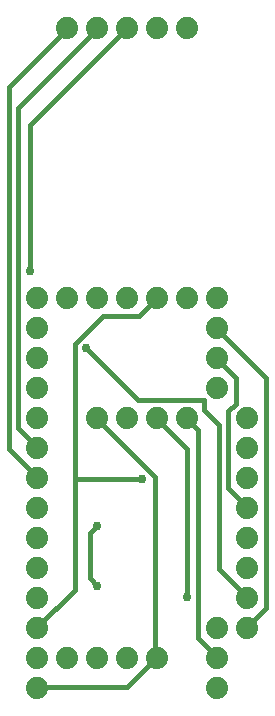
<source format=gbl>
G75*
%MOIN*%
%OFA0B0*%
%FSLAX25Y25*%
%IPPOS*%
%LPD*%
%AMOC8*
5,1,8,0,0,1.08239X$1,22.5*
%
%ADD10C,0.07400*%
%ADD11C,0.01600*%
%ADD12C,0.02978*%
D10*
X0095299Y0117728D03*
X0095299Y0127728D03*
X0105299Y0127728D03*
X0095299Y0137728D03*
X0095299Y0147728D03*
X0095299Y0157728D03*
X0095299Y0167728D03*
X0095299Y0177728D03*
X0095299Y0187728D03*
X0095299Y0197728D03*
X0095299Y0207728D03*
X0095299Y0217728D03*
X0095299Y0227728D03*
X0095299Y0237728D03*
X0095299Y0247728D03*
X0105299Y0247728D03*
X0115299Y0247728D03*
X0125299Y0247728D03*
X0135299Y0247728D03*
X0145299Y0247728D03*
X0155299Y0247728D03*
X0155299Y0237728D03*
X0155299Y0227728D03*
X0155299Y0217728D03*
X0145299Y0207728D03*
X0135299Y0207728D03*
X0125299Y0207728D03*
X0115299Y0207728D03*
X0165299Y0207728D03*
X0165299Y0197728D03*
X0165299Y0187728D03*
X0165299Y0177728D03*
X0165299Y0167728D03*
X0165299Y0157728D03*
X0165299Y0147728D03*
X0165299Y0137728D03*
X0155299Y0137728D03*
X0155299Y0127728D03*
X0155299Y0117728D03*
X0135299Y0127728D03*
X0125299Y0127728D03*
X0115299Y0127728D03*
X0115299Y0337728D03*
X0125299Y0337728D03*
X0135299Y0337728D03*
X0145299Y0337728D03*
X0105299Y0337728D03*
D11*
X0105299Y0337353D01*
X0085924Y0317978D01*
X0085924Y0197353D01*
X0095299Y0187978D01*
X0095299Y0187728D01*
X0095299Y0197728D02*
X0095299Y0197978D01*
X0089049Y0204228D01*
X0089049Y0311103D01*
X0115299Y0337353D01*
X0115299Y0337728D01*
X0125299Y0337728D02*
X0092799Y0305228D01*
X0092799Y0256728D01*
X0117174Y0241728D02*
X0107799Y0232353D01*
X0107799Y0187353D01*
X0130299Y0187353D01*
X0134674Y0187978D02*
X0134674Y0127978D01*
X0135299Y0127728D01*
X0135049Y0127728D01*
X0125299Y0117978D01*
X0095299Y0117978D01*
X0095299Y0117728D01*
X0095299Y0137728D02*
X0095299Y0137978D01*
X0107799Y0150478D01*
X0107799Y0187353D01*
X0115299Y0171728D02*
X0112799Y0169228D01*
X0112799Y0154228D01*
X0115299Y0151728D01*
X0145299Y0147978D02*
X0145299Y0197353D01*
X0135299Y0207353D01*
X0135299Y0207728D01*
X0129049Y0213603D02*
X0150924Y0213603D01*
X0150924Y0210478D01*
X0155924Y0205478D01*
X0155924Y0157353D01*
X0165299Y0147978D01*
X0165299Y0147728D01*
X0171549Y0144228D02*
X0165299Y0137978D01*
X0165299Y0137728D01*
X0171549Y0144228D02*
X0171549Y0221103D01*
X0155299Y0237353D01*
X0155299Y0237728D01*
X0155299Y0227728D02*
X0155299Y0227353D01*
X0161549Y0221103D01*
X0161549Y0212353D01*
X0159049Y0209853D01*
X0159049Y0184228D01*
X0165299Y0177978D01*
X0165299Y0177728D01*
X0149049Y0203603D02*
X0149049Y0134228D01*
X0155299Y0127978D01*
X0155299Y0127728D01*
X0134674Y0187978D02*
X0115299Y0207353D01*
X0115299Y0207728D01*
X0129049Y0213603D02*
X0111549Y0231103D01*
X0117174Y0241728D02*
X0129299Y0241728D01*
X0135299Y0247728D01*
X0145299Y0207728D02*
X0145299Y0207353D01*
X0149049Y0203603D01*
D12*
X0130299Y0187353D03*
X0115299Y0171728D03*
X0115299Y0151728D03*
X0145299Y0147978D03*
X0111549Y0231103D03*
X0092799Y0256728D03*
M02*

</source>
